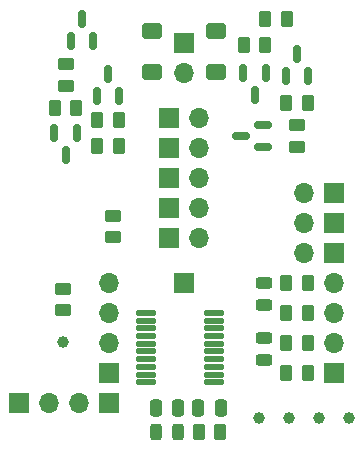
<source format=gbr>
G04 #@! TF.GenerationSoftware,KiCad,Pcbnew,(7.0.0)*
G04 #@! TF.CreationDate,2023-04-26T14:40:12+01:00*
G04 #@! TF.ProjectId,Tims_I2C_AI_DC_Motor_Driver 2P 2N,54696d73-5f49-4324-935f-41495f44435f,rev?*
G04 #@! TF.SameCoordinates,Original*
G04 #@! TF.FileFunction,Soldermask,Top*
G04 #@! TF.FilePolarity,Negative*
%FSLAX46Y46*%
G04 Gerber Fmt 4.6, Leading zero omitted, Abs format (unit mm)*
G04 Created by KiCad (PCBNEW (7.0.0)) date 2023-04-26 14:40:12*
%MOMM*%
%LPD*%
G01*
G04 APERTURE LIST*
G04 Aperture macros list*
%AMRoundRect*
0 Rectangle with rounded corners*
0 $1 Rounding radius*
0 $2 $3 $4 $5 $6 $7 $8 $9 X,Y pos of 4 corners*
0 Add a 4 corners polygon primitive as box body*
4,1,4,$2,$3,$4,$5,$6,$7,$8,$9,$2,$3,0*
0 Add four circle primitives for the rounded corners*
1,1,$1+$1,$2,$3*
1,1,$1+$1,$4,$5*
1,1,$1+$1,$6,$7*
1,1,$1+$1,$8,$9*
0 Add four rect primitives between the rounded corners*
20,1,$1+$1,$2,$3,$4,$5,0*
20,1,$1+$1,$4,$5,$6,$7,0*
20,1,$1+$1,$6,$7,$8,$9,0*
20,1,$1+$1,$8,$9,$2,$3,0*%
G04 Aperture macros list end*
%ADD10RoundRect,0.150000X0.150000X-0.587500X0.150000X0.587500X-0.150000X0.587500X-0.150000X-0.587500X0*%
%ADD11RoundRect,0.150000X-0.150000X0.587500X-0.150000X-0.587500X0.150000X-0.587500X0.150000X0.587500X0*%
%ADD12R,1.700000X1.700000*%
%ADD13O,1.700000X1.700000*%
%ADD14RoundRect,0.250000X0.450000X-0.262500X0.450000X0.262500X-0.450000X0.262500X-0.450000X-0.262500X0*%
%ADD15RoundRect,0.250000X-0.450000X0.262500X-0.450000X-0.262500X0.450000X-0.262500X0.450000X0.262500X0*%
%ADD16RoundRect,0.250000X-0.262500X-0.450000X0.262500X-0.450000X0.262500X0.450000X-0.262500X0.450000X0*%
%ADD17RoundRect,0.180000X-0.637500X-0.100000X0.637500X-0.100000X0.637500X0.100000X-0.637500X0.100000X0*%
%ADD18C,1.000000*%
%ADD19RoundRect,0.250000X0.262500X0.450000X-0.262500X0.450000X-0.262500X-0.450000X0.262500X-0.450000X0*%
%ADD20RoundRect,0.250000X0.250000X0.475000X-0.250000X0.475000X-0.250000X-0.475000X0.250000X-0.475000X0*%
%ADD21RoundRect,0.243750X0.243750X0.456250X-0.243750X0.456250X-0.243750X-0.456250X0.243750X-0.456250X0*%
%ADD22RoundRect,0.150000X0.587500X0.150000X-0.587500X0.150000X-0.587500X-0.150000X0.587500X-0.150000X0*%
%ADD23RoundRect,0.250000X0.600000X-0.400000X0.600000X0.400000X-0.600000X0.400000X-0.600000X-0.400000X0*%
%ADD24RoundRect,0.243750X-0.456250X0.243750X-0.456250X-0.243750X0.456250X-0.243750X0.456250X0.243750X0*%
%ADD25RoundRect,0.250000X-0.250000X-0.475000X0.250000X-0.475000X0.250000X0.475000X-0.250000X0.475000X0*%
G04 APERTURE END LIST*
D10*
X157211000Y-95937500D03*
X159111000Y-95937500D03*
X158161000Y-94062500D03*
D11*
X139511000Y-100725000D03*
X137611000Y-100725000D03*
X138561000Y-102600000D03*
D10*
X139011000Y-92937500D03*
X140911000Y-92937500D03*
X139961000Y-91062500D03*
D12*
X147290999Y-107065999D03*
D13*
X149830999Y-107065999D03*
D12*
X147290999Y-99445999D03*
D13*
X149830999Y-99445999D03*
D12*
X161260999Y-108335999D03*
D13*
X158720999Y-108335999D03*
D14*
X158161000Y-101912500D03*
X158161000Y-100087500D03*
D12*
X161260999Y-105795999D03*
D13*
X158720999Y-105795999D03*
D15*
X142561000Y-107723500D03*
X142561000Y-109548500D03*
D16*
X155448500Y-91036000D03*
X157273500Y-91036000D03*
X153648500Y-93311000D03*
X155473500Y-93311000D03*
X141248500Y-101836000D03*
X143073500Y-101836000D03*
D12*
X147290999Y-109605999D03*
D13*
X149830999Y-109605999D03*
D17*
X145376000Y-115971000D03*
X145376000Y-116621000D03*
X145376000Y-117271000D03*
X145376000Y-117921000D03*
X145376000Y-118571000D03*
X145376000Y-119221000D03*
X145376000Y-119871000D03*
X145376000Y-120521000D03*
X145376000Y-121171000D03*
X145376000Y-121821000D03*
X151101000Y-121821000D03*
X151101000Y-121171000D03*
X151101000Y-120521000D03*
X151101000Y-119871000D03*
X151101000Y-119221000D03*
X151101000Y-118571000D03*
X151101000Y-117921000D03*
X151101000Y-117271000D03*
X151101000Y-116621000D03*
X151101000Y-115971000D03*
D18*
X138361000Y-118436000D03*
D16*
X157248500Y-115956000D03*
X159073500Y-115956000D03*
D19*
X159073500Y-118496000D03*
X157248500Y-118496000D03*
D20*
X151711000Y-124036000D03*
X149811000Y-124036000D03*
D10*
X141211000Y-97583500D03*
X143111000Y-97583500D03*
X142161000Y-95708500D03*
D21*
X148098500Y-126036000D03*
X146223500Y-126036000D03*
D22*
X155298500Y-101950000D03*
X155298500Y-100050000D03*
X153423500Y-101000000D03*
D11*
X154561000Y-97533500D03*
X153611000Y-95658500D03*
X155511000Y-95658500D03*
D15*
X138561000Y-94887500D03*
X138561000Y-96712500D03*
D16*
X157248500Y-113436000D03*
X159073500Y-113436000D03*
D12*
X148560999Y-113415999D03*
D19*
X159073500Y-121036000D03*
X157248500Y-121036000D03*
D16*
X149848500Y-126036000D03*
X151673500Y-126036000D03*
D18*
X159991000Y-124846000D03*
X154911000Y-124846000D03*
D23*
X151261000Y-95586000D03*
X151261000Y-92086000D03*
D12*
X148560999Y-93095999D03*
D13*
X148560999Y-95635999D03*
D24*
X155361000Y-113398500D03*
X155361000Y-115273500D03*
D16*
X157248500Y-98200000D03*
X159073500Y-98200000D03*
D19*
X143073500Y-99636000D03*
X141248500Y-99636000D03*
D24*
X155361000Y-118098500D03*
X155361000Y-119973500D03*
D23*
X145861000Y-95586000D03*
X145861000Y-92086000D03*
D12*
X147290999Y-104525999D03*
D13*
X149830999Y-104525999D03*
D12*
X147290999Y-101985999D03*
D13*
X149830999Y-101985999D03*
D25*
X146211000Y-124036000D03*
X148111000Y-124036000D03*
D15*
X138361000Y-113923500D03*
X138361000Y-115748500D03*
D19*
X139473500Y-98636000D03*
X137648500Y-98636000D03*
D18*
X157451000Y-124846000D03*
X162531000Y-124846000D03*
D12*
X161260999Y-110875999D03*
D13*
X158720999Y-110875999D03*
D12*
X142210999Y-121035999D03*
D13*
X142210999Y-118495999D03*
X142210999Y-115955999D03*
X142210999Y-113415999D03*
D12*
X142210999Y-123575999D03*
D13*
X139670999Y-123575999D03*
D12*
X134590999Y-123575999D03*
D13*
X137130999Y-123575999D03*
D12*
X161260999Y-121035999D03*
D13*
X161260999Y-118495999D03*
X161260999Y-115955999D03*
X161260999Y-113415999D03*
M02*

</source>
